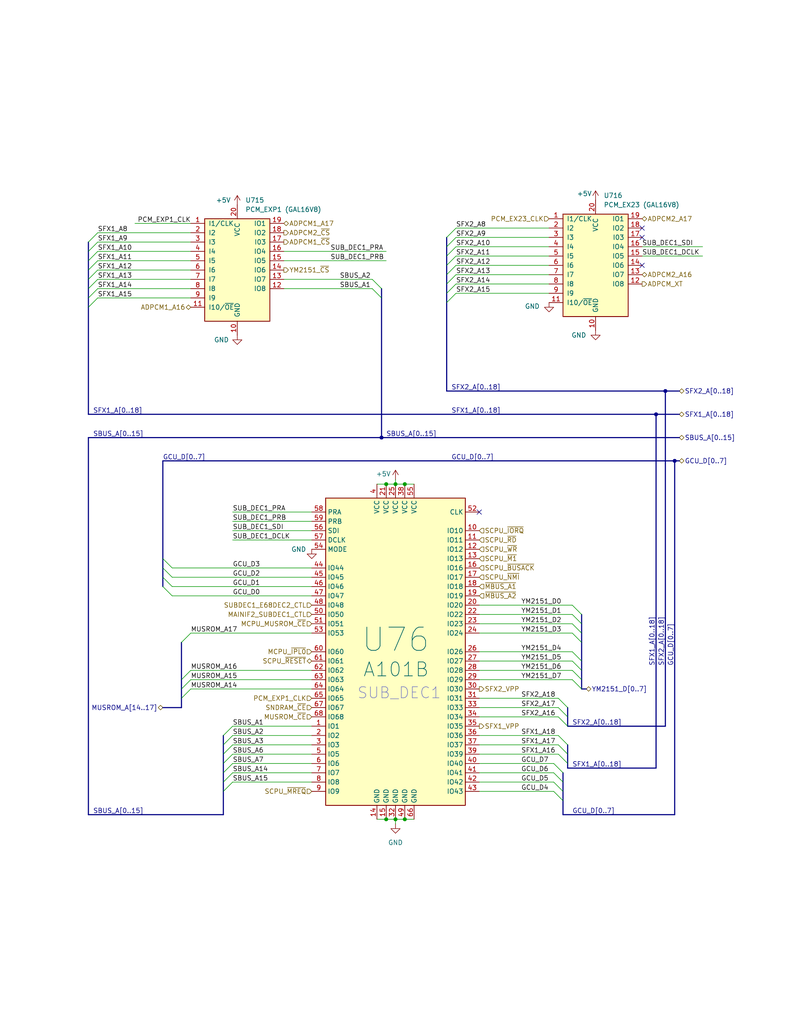
<source format=kicad_sch>
(kicad_sch (version 20231120) (generator "eeschema") (generator_version "8.0")
  (paper "A" portrait)
  (title_block (title "RA9704, Sound IC and Bus Mgmt") (date "2024-12-31") (rev "004") (company "Coin-Op Collection") (comment 1 "Author: Brandon Arnold") (comment 2 "License: CC BY-NC-SA 4.0"))
  (lib_symbols
    (symbol "power:+5V" (power) (pin_numbers hide) (pin_names (offset 0) hide)
      (property "Value" "+5V" (at 0 3.556 0))
      (symbol "+5V_0_1"
        (polyline (pts (xy -0.762 1.27) (xy 0 2.54)))
        (polyline (pts (xy 0 0) (xy 0 2.54)))
        (polyline (pts (xy 0 2.54) (xy 0.762 1.27)))
      )
      (symbol "+5V_1_1"
        (pin power_in line (at 0 0 90) (length 0) (name "~") (number "1"))
      )
    )
    (symbol "power:GND" (power) (pin_numbers hide) (pin_names (offset 0) hide)
      (property "Value" "GND" (at 0 -3.81 0))
      (symbol "GND_0_1"
        (polyline (pts (xy 0 0) (xy 0 -1.27) (xy 1.27 -1.27) (xy 0 -2.54) (xy -1.27 -1.27) (xy 0 -1.27)))
      )
      (symbol "GND_1_1"
        (pin power_in line (at 0 0 270) (length 0) (name "~") (number "1"))
      )
    )
    (symbol "ra9704:A101B"
      (property "Reference" "U" (at -0.254 4.826 0))
      (property "Value" "A101B" (at 0.254 -5.08 0))
      (symbol "A101B_0_1"
        (rectangle (start -19.05 43.18) (end 19.05 -40.64) (stroke (width 0.254)) (fill (type background)))
      )
      (symbol "A101B_1_1"
        (pin input line (at -22.86 -19.05 0) (length 3.81) (name "IO1") (number "1"))
        (pin input line (at 22.86 34.29 180) (length 3.81) (name "IO10") (number "10"))
        (pin input line (at 22.86 31.75 180) (length 3.81) (name "IO11") (number "11"))
        (pin input line (at 22.86 29.21 180) (length 3.81) (name "IO12") (number "12"))
        (pin input line (at 22.86 26.67 180) (length 3.81) (name "IO13") (number "13"))
        (pin power_in line (at -5.08 -44.45 90) (length 3.81) (name "GND") (number "14"))
        (pin power_in line (at -2.54 -44.45 90) (length 3.81) (name "GND") (number "15"))
        (pin input line (at 22.86 24.13 180) (length 3.81) (name "IO16") (number "16"))
        (pin input line (at 22.86 21.59 180) (length 3.81) (name "IO17") (number "17"))
        (pin input line (at 22.86 19.05 180) (length 3.81) (name "IO18") (number "18"))
        (pin input line (at 22.86 16.51 180) (length 3.81) (name "IO19") (number "19"))
        (pin input line (at -22.86 -21.59 0) (length 3.81) (name "IO2") (number "2"))
        (pin input line (at 22.86 13.97 180) (length 3.81) (name "IO20") (number "20"))
        (pin power_in line (at -2.54 46.99 270) (length 3.81) (name "VCC") (number "21"))
        (pin input line (at 22.86 11.43 180) (length 3.81) (name "IO22") (number "22"))
        (pin input line (at 22.86 8.89 180) (length 3.81) (name "IO23") (number "23"))
        (pin input line (at 22.86 6.35 180) (length 3.81) (name "IO24") (number "24"))
        (pin power_in line (at 0 46.99 270) (length 3.81) (name "VCC") (number "25"))
        (pin input line (at 22.86 1.27 180) (length 3.81) (name "IO26") (number "26"))
        (pin input line (at 22.86 -1.27 180) (length 3.81) (name "IO27") (number "27"))
        (pin input line (at 22.86 -3.81 180) (length 3.81) (name "IO28") (number "28"))
        (pin input line (at 22.86 -6.35 180) (length 3.81) (name "IO29") (number "29"))
        (pin input line (at -22.86 -24.13 0) (length 3.81) (name "IO3") (number "3"))
        (pin input line (at 22.86 -8.89 180) (length 3.81) (name "IO30") (number "30"))
        (pin input line (at 22.86 -11.43 180) (length 3.81) (name "IO31") (number "31"))
        (pin power_in line (at 0 -44.45 90) (length 3.81) (name "GND") (number "32"))
        (pin input line (at 22.86 -13.97 180) (length 3.81) (name "IO33") (number "33"))
        (pin input line (at 22.86 -16.51 180) (length 3.81) (name "IO34") (number "34"))
        (pin input line (at 22.86 -19.05 180) (length 3.81) (name "IO35") (number "35"))
        (pin input line (at 22.86 -21.59 180) (length 3.81) (name "IO36") (number "36"))
        (pin input line (at 22.86 -24.13 180) (length 3.81) (name "IO37") (number "37"))
        (pin power_in line (at 2.54 46.99 270) (length 3.81) (name "VCC") (number "38"))
        (pin input line (at 22.86 -26.67 180) (length 3.81) (name "IO39") (number "39"))
        (pin power_in line (at -5.08 46.99 270) (length 3.81) (name "VCC") (number "4"))
        (pin input line (at 22.86 -29.21 180) (length 3.81) (name "IO40") (number "40"))
        (pin input line (at 22.86 -31.75 180) (length 3.81) (name "IO41") (number "41"))
        (pin input line (at 22.86 -34.29 180) (length 3.81) (name "IO42") (number "42"))
        (pin input line (at 22.86 -36.83 180) (length 3.81) (name "IO43") (number "43"))
        (pin input line (at -22.86 24.13 0) (length 3.81) (name "IO44") (number "44"))
        (pin input line (at -22.86 21.59 0) (length 3.81) (name "IO45") (number "45"))
        (pin input line (at -22.86 19.05 0) (length 3.81) (name "IO46") (number "46"))
        (pin input line (at -22.86 16.51 0) (length 3.81) (name "IO47") (number "47"))
        (pin input line (at -22.86 13.97 0) (length 3.81) (name "IO48") (number "48"))
        (pin power_in line (at 2.54 -44.45 90) (length 3.81) (name "GND") (number "49"))
        (pin input line (at -22.86 -26.67 0) (length 3.81) (name "IO5") (number "5"))
        (pin input line (at -22.86 11.43 0) (length 3.81) (name "IO50") (number "50"))
        (pin input line (at -22.86 8.89 0) (length 3.81) (name "IO51") (number "51"))
        (pin input line (at 22.86 39.37 180) (length 3.81) (name "CLK") (number "52"))
        (pin input line (at -22.86 6.35 0) (length 3.81) (name "IO53") (number "53"))
        (pin input line (at -22.86 29.21 0) (length 3.81) (name "MODE") (number "54"))
        (pin power_in line (at 5.08 46.99 270) (length 3.81) (name "VCC") (number "55"))
        (pin input line (at -22.86 34.29 0) (length 3.81) (name "SDI") (number "56"))
        (pin input line (at -22.86 31.75 0) (length 3.81) (name "DCLK") (number "57"))
        (pin input line (at -22.86 39.37 0) (length 3.81) (name "PRA") (number "58"))
        (pin input line (at -22.86 36.83 0) (length 3.81) (name "PRB") (number "59"))
        (pin input line (at -22.86 -29.21 0) (length 3.81) (name "IO6") (number "6"))
        (pin input line (at -22.86 1.27 0) (length 3.81) (name "IO60") (number "60"))
        (pin input line (at -22.86 -1.27 0) (length 3.81) (name "IO61") (number "61"))
        (pin input line (at -22.86 -3.81 0) (length 3.81) (name "IO62") (number "62"))
        (pin input line (at -22.86 -6.35 0) (length 3.81) (name "IO63") (number "63"))
        (pin input line (at -22.86 -8.89 0) (length 3.81) (name "IO64") (number "64"))
        (pin input line (at -22.86 -11.43 0) (length 3.81) (name "IO65") (number "65"))
        (pin power_in line (at 5.08 -44.45 90) (length 3.81) (name "GND") (number "66"))
        (pin input line (at -22.86 -13.97 0) (length 3.81) (name "IO67") (number "67"))
        (pin input line (at -22.86 -16.51 0) (length 3.81) (name "IO68") (number "68"))
        (pin input line (at -22.86 -31.75 0) (length 3.81) (name "IO7") (number "7"))
        (pin input line (at -22.86 -34.29 0) (length 3.81) (name "IO8") (number "8"))
        (pin input line (at -22.86 -36.83 0) (length 3.81) (name "IO9") (number "9"))
      )
    )
    (symbol "ra9704:GAL16V8" (pin_names (offset 1.016))
      (property "Reference" "U" (at -8.89 16.51 0))
      (property "Value" "GAL16V8" (at 1.27 16.51 0))
      (symbol "GAL16V8_0_0"
        (pin power_in line (at 0 -17.78 90) (length 3.81) (name "GND") (number "10"))
        (pin power_in line (at 0 17.78 270) (length 3.81) (name "VCC") (number "20"))
      )
      (symbol "GAL16V8_0_1"
        (rectangle (start -8.89 13.97) (end 8.89 -13.97) (stroke (width 0.254)) (fill (type background)))
      )
      (symbol "GAL16V8_1_1"
        (pin input line (at -12.7 12.7 0) (length 3.81) (name "I1/CLK") (number "1"))
        (pin input line (at -12.7 -10.16 0) (length 3.81) (name "I10/~{OE}") (number "11"))
        (pin tri_state line (at 12.7 -5.08 180) (length 3.81) (name "IO8") (number "12"))
        (pin tri_state line (at 12.7 -2.54 180) (length 3.81) (name "IO7") (number "13"))
        (pin tri_state line (at 12.7 0 180) (length 3.81) (name "IO6") (number "14"))
        (pin tri_state line (at 12.7 2.54 180) (length 3.81) (name "IO5") (number "15"))
        (pin tri_state line (at 12.7 5.08 180) (length 3.81) (name "IO4") (number "16"))
        (pin tri_state line (at 12.7 7.62 180) (length 3.81) (name "I03") (number "17"))
        (pin tri_state line (at 12.7 10.16 180) (length 3.81) (name "IO2") (number "18"))
        (pin tri_state line (at 12.7 12.7 180) (length 3.81) (name "IO1") (number "19"))
        (pin input line (at -12.7 10.16 0) (length 3.81) (name "I2") (number "2"))
        (pin input line (at -12.7 7.62 0) (length 3.81) (name "I3") (number "3"))
        (pin input line (at -12.7 5.08 0) (length 3.81) (name "I4") (number "4"))
        (pin input line (at -12.7 2.54 0) (length 3.81) (name "I5") (number "5"))
        (pin input line (at -12.7 0 0) (length 3.81) (name "I6") (number "6"))
        (pin input line (at -12.7 -2.54 0) (length 3.81) (name "I7") (number "7"))
        (pin input line (at -12.7 -5.08 0) (length 3.81) (name "I8") (number "8"))
        (pin input line (at -12.7 -7.62 0) (length 3.81) (name "I9") (number "9"))
      )
    )
    (symbol "ra9704:Jumper_2_Open" (pin_numbers hide) (pin_names (offset 0) hide) (exclude_from_sim yes)
      (property "Reference" "JP" (at 0 2.794 0))
      (property "Value" "Jumper_2_Open" (at 0 -2.286 0))
      (symbol "Jumper_2_Open_0_0"
        (circle (center -2.032 0) (radius 0.508))
        (circle (center 2.032 0) (radius 0.508))
      )
      (symbol "Jumper_2_Open_0_1"
        (arc (start 1.524 1.27) (mid 0 1.778) (end -1.524 1.27))
      )
      (symbol "Jumper_2_Open_1_1"
        (pin passive line (at -5.08 0 0) (length 2.54) (name "A") (number "1"))
        (pin passive line (at 5.08 0 180) (length 2.54) (name "B") (number "2"))
      )
    )
  )
  (junction (at 110.49 223.52))
  (junction (at 110.49 132.08))
  (junction (at 181.61 106.68))
  (junction (at 184.15 125.73))
  (junction (at 107.95 223.52))
  (junction (at 179.07 113.03))
  (junction (at 104.14 119.38))
  (junction (at 105.41 223.52))
  (junction (at 107.95 132.08))
  (junction (at 105.41 132.08))
  (no_connect (at 175.26 64.77))
  (no_connect (at 102.87 -6.35))
  (no_connect (at 175.26 72.39))
  (no_connect (at 130.81 139.7))
  (no_connect (at 113.03 -6.35))
  (no_connect (at 102.87 -13.97))
  (no_connect (at 113.03 -13.97))
  (no_connect (at 175.26 62.23))
  (bus_entry (at 156.21 185.42) (size 2.54 2.54))
  (bus_entry (at 152.4 205.74) (size 2.54 2.54))
  (bus_entry (at 156.21 180.34) (size 2.54 2.54))
  (bus_entry (at 121.92 74.93) (size 2.54 -2.54))
  (bus_entry (at 52.07 172.72) (size -2.54 2.54))
  (bus_entry (at 156.21 170.18) (size 2.54 2.54))
  (bus_entry (at 151.13 213.36) (size 2.54 2.54))
  (bus_entry (at 52.07 182.88) (size -2.54 2.54))
  (bus_entry (at 63.5 208.28) (size -2.54 2.54))
  (bus_entry (at 63.5 205.74) (size -2.54 2.54))
  (bus_entry (at 121.92 69.85) (size 2.54 -2.54))
  (bus_entry (at 121.92 77.47) (size 2.54 -2.54))
  (bus_entry (at 63.5 210.82) (size -2.54 2.54))
  (bus_entry (at 46.99 154.94) (size -2.54 -2.54))
  (bus_entry (at 121.92 67.31) (size 2.54 -2.54))
  (bus_entry (at 52.07 185.42) (size -2.54 2.54))
  (bus_entry (at 104.14 78.74) (size -2.54 -2.54))
  (bus_entry (at 104.14 81.28) (size -2.54 -2.54))
  (bus_entry (at 63.5 200.66) (size -2.54 2.54))
  (bus_entry (at 24.13 83.82) (size 2.54 -2.54))
  (bus_entry (at 152.4 203.2) (size 2.54 2.54))
  (bus_entry (at 24.13 68.58) (size 2.54 -2.54))
  (bus_entry (at 156.21 172.72) (size 2.54 2.54))
  (bus_entry (at 24.13 66.04) (size 2.54 -2.54))
  (bus_entry (at 24.13 73.66) (size 2.54 -2.54))
  (bus_entry (at 152.4 190.5) (size 2.54 2.54))
  (bus_entry (at 152.4 193.04) (size 2.54 2.54))
  (bus_entry (at 121.92 72.39) (size 2.54 -2.54))
  (bus_entry (at 156.21 165.1) (size 2.54 2.54))
  (bus_entry (at 63.5 198.12) (size -2.54 2.54))
  (bus_entry (at 46.99 160.02) (size -2.54 -2.54))
  (bus_entry (at 156.21 182.88) (size 2.54 2.54))
  (bus_entry (at 63.5 203.2) (size -2.54 2.54))
  (bus_entry (at 152.4 195.58) (size 2.54 2.54))
  (bus_entry (at 121.92 80.01) (size 2.54 -2.54))
  (bus_entry (at 151.13 215.9) (size 2.54 2.54))
  (bus_entry (at 121.92 64.77) (size 2.54 -2.54))
  (bus_entry (at 156.21 167.64) (size 2.54 2.54))
  (bus_entry (at 46.99 157.48) (size -2.54 -2.54))
  (bus_entry (at 63.5 213.36) (size -2.54 2.54))
  (bus_entry (at 156.21 177.8) (size 2.54 2.54))
  (bus_entry (at 24.13 81.28) (size 2.54 -2.54))
  (bus_entry (at 24.13 76.2) (size 2.54 -2.54))
  (bus_entry (at 46.99 162.56) (size -2.54 -2.54))
  (bus_entry (at 151.13 208.28) (size 2.54 2.54))
  (bus_entry (at 121.92 82.55) (size 2.54 -2.54))
  (bus_entry (at 24.13 78.74) (size 2.54 -2.54))
  (bus_entry (at 151.13 210.82) (size 2.54 2.54))
  (bus_entry (at 52.07 187.96) (size -2.54 2.54))
  (bus_entry (at 152.4 200.66) (size 2.54 2.54))
  (bus_entry (at 24.13 71.12) (size 2.54 -2.54))
  (wire (pts (xy 130.81 203.2) (xy 152.4 203.2)))
  (wire (pts (xy 124.46 72.39) (xy 149.86 72.39)))
  (bus (pts (xy 154.94 195.58) (xy 154.94 198.12)))
  (bus (pts (xy 49.53 190.5) (xy 49.53 193.04)))
  (wire (pts (xy 110.49 132.08) (xy 113.03 132.08)))
  (bus (pts (xy 158.75 172.72) (xy 158.75 175.26)))
  (bus (pts (xy 154.94 209.55) (xy 179.07 209.55)))
  (wire (pts (xy 130.81 213.36) (xy 151.13 213.36)))
  (wire (pts (xy 130.81 182.88) (xy 156.21 182.88)))
  (bus (pts (xy 104.14 81.28) (xy 104.14 119.38)))
  (bus (pts (xy 158.75 175.26) (xy 158.75 180.34)))
  (wire (pts (xy 77.47 76.2) (xy 101.6 76.2)))
  (wire (pts (xy 52.07 185.42) (xy 85.09 185.42)))
  (wire (pts (xy 26.67 71.12) (xy 52.07 71.12)))
  (bus (pts (xy 44.45 152.4) (xy 44.45 125.73)))
  (bus (pts (xy 121.92 67.31) (xy 121.92 69.85)))
  (wire (pts (xy 130.81 185.42) (xy 156.21 185.42)))
  (bus (pts (xy 121.92 80.01) (xy 121.92 82.55)))
  (bus (pts (xy 60.96 215.9) (xy 60.96 222.25)))
  (bus (pts (xy 104.14 78.74) (xy 104.14 81.28)))
  (bus (pts (xy 24.13 222.25) (xy 24.13 119.38)))
  (wire (pts (xy 107.95 132.08) (xy 105.41 132.08)))
  (bus (pts (xy 24.13 68.58) (xy 24.13 71.12)))
  (bus (pts (xy 154.94 205.74) (xy 154.94 208.28)))
  (wire (pts (xy 110.49 223.52) (xy 113.03 223.52)))
  (wire (pts (xy 77.47 78.74) (xy 101.6 78.74)))
  (bus (pts (xy 121.92 69.85) (xy 121.92 72.39)))
  (bus (pts (xy 184.15 125.73) (xy 185.42 125.73)))
  (wire (pts (xy 63.5 203.2) (xy 85.09 203.2)))
  (wire (pts (xy 52.07 172.72) (xy 85.09 172.72)))
  (bus (pts (xy 154.94 198.12) (xy 181.61 198.12)))
  (bus (pts (xy 121.92 106.68) (xy 181.61 106.68)))
  (bus (pts (xy 158.75 167.64) (xy 158.75 170.18)))
  (wire (pts (xy 130.81 172.72) (xy 156.21 172.72)))
  (wire (pts (xy 26.67 76.2) (xy 52.07 76.2)))
  (wire (pts (xy 63.5 208.28) (xy 85.09 208.28)))
  (bus (pts (xy 60.96 208.28) (xy 60.96 210.82)))
  (bus (pts (xy 184.15 125.73) (xy 184.15 222.25)))
  (bus (pts (xy 121.92 74.93) (xy 121.92 77.47)))
  (wire (pts (xy 46.99 160.02) (xy 85.09 160.02)))
  (bus (pts (xy 49.53 175.26) (xy 49.53 185.42)))
  (bus (pts (xy 181.61 106.68) (xy 185.42 106.68)))
  (bus (pts (xy 153.67 213.36) (xy 153.67 215.9)))
  (wire (pts (xy 124.46 62.23) (xy 149.86 62.23)))
  (wire (pts (xy 46.99 162.56) (xy 85.09 162.56)))
  (wire (pts (xy 130.81 200.66) (xy 152.4 200.66)))
  (bus (pts (xy 121.92 64.77) (xy 121.92 67.31)))
  (wire (pts (xy 130.81 195.58) (xy 152.4 195.58)))
  (wire (pts (xy 107.95 224.79) (xy 107.95 223.52)))
  (wire (pts (xy 110.49 223.52) (xy 107.95 223.52)))
  (bus (pts (xy 49.53 185.42) (xy 49.53 187.96)))
  (wire (pts (xy 26.67 66.04) (xy 52.07 66.04)))
  (bus (pts (xy 60.96 203.2) (xy 60.96 205.74)))
  (wire (pts (xy 124.46 74.93) (xy 149.86 74.93)))
  (bus (pts (xy 24.13 81.28) (xy 24.13 83.82)))
  (wire (pts (xy 46.99 154.94) (xy 85.09 154.94)))
  (bus (pts (xy 24.13 78.74) (xy 24.13 81.28)))
  (wire (pts (xy 102.87 223.52) (xy 105.41 223.52)))
  (bus (pts (xy 153.67 218.44) (xy 153.67 222.25)))
  (wire (pts (xy 63.5 213.36) (xy 85.09 213.36)))
  (wire (pts (xy 105.41 132.08) (xy 102.87 132.08)))
  (wire (pts (xy 63.5 142.24) (xy 85.09 142.24)))
  (wire (pts (xy 26.67 63.5) (xy 52.07 63.5)))
  (wire (pts (xy 63.5 139.7) (xy 85.09 139.7)))
  (wire (pts (xy 107.95 132.08) (xy 110.49 132.08)))
  (wire (pts (xy 130.81 210.82) (xy 151.13 210.82)))
  (bus (pts (xy 60.96 205.74) (xy 60.96 208.28)))
  (bus (pts (xy 121.92 72.39) (xy 121.92 74.93)))
  (wire (pts (xy 124.46 77.47) (xy 149.86 77.47)))
  (bus (pts (xy 24.13 119.38) (xy 104.14 119.38)))
  (bus (pts (xy 49.53 187.96) (xy 49.53 190.5)))
  (wire (pts (xy 52.07 182.88) (xy 85.09 182.88)))
  (bus (pts (xy 44.45 157.48) (xy 44.45 154.94)))
  (bus (pts (xy 24.13 113.03) (xy 179.07 113.03)))
  (bus (pts (xy 44.45 160.02) (xy 44.45 157.48)))
  (wire (pts (xy 130.81 205.74) (xy 152.4 205.74)))
  (wire (pts (xy 36.83 60.96) (xy 52.07 60.96)))
  (wire (pts (xy 63.5 200.66) (xy 85.09 200.66)))
  (bus (pts (xy 158.75 180.34) (xy 158.75 182.88)))
  (bus (pts (xy 179.07 113.03) (xy 185.42 113.03)))
  (bus (pts (xy 154.94 208.28) (xy 154.94 209.55)))
  (bus (pts (xy 181.61 198.12) (xy 181.61 106.68)))
  (wire (pts (xy 26.67 68.58) (xy 52.07 68.58)))
  (wire (pts (xy 63.5 144.78) (xy 85.09 144.78)))
  (bus (pts (xy 24.13 76.2) (xy 24.13 78.74)))
  (wire (pts (xy 26.67 81.28) (xy 52.07 81.28)))
  (bus (pts (xy 60.96 222.25) (xy 24.13 222.25)))
  (bus (pts (xy 153.67 210.82) (xy 153.67 213.36)))
  (wire (pts (xy 124.46 80.01) (xy 149.86 80.01)))
  (bus (pts (xy 121.92 77.47) (xy 121.92 80.01)))
  (bus (pts (xy 44.45 193.04) (xy 49.53 193.04)))
  (wire (pts (xy 63.5 210.82) (xy 85.09 210.82)))
  (bus (pts (xy 158.75 187.96) (xy 160.02 187.96)))
  (bus (pts (xy 60.96 200.66) (xy 60.96 203.2)))
  (bus (pts (xy 158.75 185.42) (xy 158.75 187.96)))
  (bus (pts (xy 154.94 193.04) (xy 154.94 195.58)))
  (wire (pts (xy 130.81 170.18) (xy 156.21 170.18)))
  (bus (pts (xy 24.13 83.82) (xy 24.13 113.03)))
  (bus (pts (xy 153.67 215.9) (xy 153.67 218.44)))
  (bus (pts (xy 179.07 209.55) (xy 179.07 113.03)))
  (bus (pts (xy 158.75 170.18) (xy 158.75 172.72)))
  (bus (pts (xy 158.75 182.88) (xy 158.75 185.42)))
  (wire (pts (xy 130.81 177.8) (xy 156.21 177.8)))
  (bus (pts (xy 24.13 73.66) (xy 24.13 76.2)))
  (bus (pts (xy 44.45 154.94) (xy 44.45 152.4)))
  (bus (pts (xy 104.14 119.38) (xy 185.42 119.38)))
  (wire (pts (xy 130.81 167.64) (xy 156.21 167.64)))
  (bus (pts (xy 154.94 203.2) (xy 154.94 205.74)))
  (wire (pts (xy 26.67 78.74) (xy 52.07 78.74)))
  (bus (pts (xy 24.13 71.12) (xy 24.13 73.66)))
  (bus (pts (xy 60.96 210.82) (xy 60.96 213.36)))
  (wire (pts (xy 130.81 215.9) (xy 151.13 215.9)))
  (wire (pts (xy 124.46 64.77) (xy 149.86 64.77)))
  (wire (pts (xy 107.95 223.52) (xy 105.41 223.52)))
  (wire (pts (xy 130.81 180.34) (xy 156.21 180.34)))
  (wire (pts (xy 63.5 147.32) (xy 85.09 147.32)))
  (wire (pts (xy 107.95 130.81) (xy 107.95 132.08)))
  (wire (pts (xy 124.46 69.85) (xy 149.86 69.85)))
  (wire (pts (xy 77.47 71.12) (xy 105.41 71.12)))
  (wire (pts (xy 130.81 208.28) (xy 151.13 208.28)))
  (wire (pts (xy 63.5 198.12) (xy 85.09 198.12)))
  (wire (pts (xy 46.99 157.48) (xy 85.09 157.48)))
  (wire (pts (xy 52.07 187.96) (xy 85.09 187.96)))
  (bus (pts (xy 44.45 125.73) (xy 184.15 125.73)))
  (bus (pts (xy 153.67 222.25) (xy 184.15 222.25)))
  (bus (pts (xy 121.92 82.55) (xy 121.92 106.68)))
  (wire (pts (xy 130.81 190.5) (xy 152.4 190.5)))
  (wire (pts (xy 175.26 67.31) (xy 191.77 67.31)))
  (wire (pts (xy 130.81 165.1) (xy 156.21 165.1)))
  (bus (pts (xy 24.13 66.04) (xy 24.13 68.58)))
  (wire (pts (xy 77.47 68.58) (xy 105.41 68.58)))
  (wire (pts (xy 175.26 69.85) (xy 191.77 69.85)))
  (wire (pts (xy 26.67 73.66) (xy 52.07 73.66)))
  (wire (pts (xy 130.81 193.04) (xy 152.4 193.04)))
  (bus (pts (xy 60.96 213.36) (xy 60.96 215.9)))
  (wire (pts (xy 124.46 67.31) (xy 149.86 67.31)))
  (wire (pts (xy 63.5 205.74) (xy 85.09 205.74)))
  (text "SUB_DEC1" (at 108.966 189.23 0) (effects (font (size 3 3))))
  (text "PCM_EXP1_CLK is Unknown" (at 283.21 116.84 0) (effects (font (size 5 5))))
  (label "SFX1_A12" (at 26.67 73.66 0))
  (label "SFX1_A18" (at 142.24 200.66 0))
  (label "SBUS_A1" (at 63.5 198.12 0))
  (label "SFX2_A13" (at 124.46 74.93 0))
  (label "SBUS_A14" (at 63.5 210.82 0))
  (label "SFX1_A13" (at 26.67 76.2 0))
  (label "SUB_DEC1_PRA" (at 90.17 68.58 0))
  (label "MUSROM_A15" (at 52.07 185.42 0))
  (label "SFX1_A17" (at 142.24 203.2 0))
  (label "SFX1_A8" (at 26.67 63.5 0))
  (label "GCU_D1" (at 63.5 160.02 0))
  (label "GCU_D[0..7]" (at 184.15 181.61 90))
  (label "SBUS_A2" (at 92.71 76.2 0))
  (label "SBUS_A[0..15]" (at 105.41 119.38 0))
  (label "GCU_D3" (at 63.5 154.94 0))
  (label "PCM_EXP1_CLK" (at 52.07 60.96 180))
  (label "SFX1_A14" (at 26.67 78.74 0))
  (label "SFX2_A11" (at 124.46 69.85 0))
  (label "SFX2_A9" (at 124.46 64.77 0))
  (label "GCU_D4" (at 142.24 215.9 0))
  (label "SUB_DEC1_PRA" (at 63.5 139.7 0))
  (label "GCU_D7" (at 142.24 208.28 0))
  (label "SFX2_A10" (at 124.46 67.31 0))
  (label "SFX2_A8" (at 124.46 62.23 0))
  (label "SFX2_A[0..18]" (at 123.19 106.68 0))
  (label "GCU_D6" (at 142.24 210.82 0))
  (label "SUB_DEC1_PRB" (at 90.17 71.12 0))
  (label "SBUS_A7" (at 63.5 208.28 0))
  (label "YM2151_D5" (at 142.24 180.34 0))
  (label "YM2151_D2" (at 142.24 170.18 0))
  (label "SUB_DEC1_SDI" (at 63.5 144.78 0))
  (label "SFX2_A14" (at 124.46 77.47 0))
  (label "SFX1_A11" (at 26.67 71.12 0))
  (label "YM2151_D6" (at 142.24 182.88 0))
  (label "SUB_DEC1_DCLK" (at 175.26 69.85 0))
  (label "SFX2_A[0..18]" (at 156.21 198.12 0))
  (label "GCU_D[0..7]" (at 44.45 125.73 0))
  (label "GCU_D[0..7]" (at 123.19 125.73 0))
  (label "SUB_DEC1_PRB" (at 63.5 142.24 0))
  (label "MUSROM_A14" (at 52.07 187.96 0))
  (label "SFX1_A10" (at 26.67 68.58 0))
  (label "SBUS_A3" (at 63.5 203.2 0))
  (label "SFX2_A15" (at 124.46 80.01 0))
  (label "SFX1_A[0..18]" (at 25.4 113.03 0))
  (label "YM2151_D3" (at 142.24 172.72 0))
  (label "SBUS_A2" (at 63.5 200.66 0))
  (label "SFX2_A17" (at 142.24 193.04 0))
  (label "MUSROM_A17" (at 52.07 172.72 0))
  (label "GCU_D0" (at 63.5 162.56 0))
  (label "SFX1_A[0..18]" (at 179.07 181.61 90))
  (label "SUB_DEC1_SDI" (at 175.26 67.31 0))
  (label "SFX2_A12" (at 124.46 72.39 0))
  (label "YM2151_D1" (at 142.24 167.64 0))
  (label "SFX2_A18" (at 142.24 190.5 0))
  (label "SBUS_A1" (at 92.71 78.74 0))
  (label "YM2151_D4" (at 142.24 177.8 0))
  (label "SBUS_A15" (at 63.5 213.36 0))
  (label "SUB_DEC1_DCLK" (at 63.5 147.32 0))
  (label "SBUS_A[0..15]" (at 25.4 222.25 0))
  (label "YM2151_D7" (at 142.24 185.42 0))
  (label "SFX1_A9" (at 26.67 66.04 0))
  (label "SBUS_A[0..15]" (at 25.4 119.38 0))
  (label "SFX1_A[0..18]" (at 123.19 113.03 0))
  (label "SFX2_A16" (at 142.24 195.58 0))
  (label "SFX1_A16" (at 142.24 205.74 0))
  (label "SFX2_A[0..18]" (at 181.61 181.61 90))
  (label "GCU_D[0..7]" (at 156.21 222.25 0))
  (label "GCU_D5" (at 142.24 213.36 0))
  (label "YM2151_D0" (at 142.24 165.1 0))
  (label "GCU_D2" (at 63.5 157.48 0))
  (label "MUSROM_A16" (at 52.07 182.88 0))
  (label "SBUS_A6" (at 63.5 205.74 0))
  (label "SFX1_A[0..18]" (at 156.21 209.55 0))
  (label "SFX1_A15" (at 26.67 81.28 0))
  (hierarchical_label "SCPU_~{M1}" (shape input) (at 130.81 152.4 0))
  (hierarchical_label "YM2151_D[0..7]" (shape bidirectional) (at 160.02 187.96 0))
  (hierarchical_label "PCM_EX23_CLK" (shape input) (at 149.86 59.69 180))
  (hierarchical_label "PCM_EXP1_CLK" (shape input) (at 85.09 190.5 180))
  (hierarchical_label "SCPU_~{RESET}" (shape bidirectional) (at 85.09 180.34 180))
  (hierarchical_label "SFX2_VPP" (shape output) (at 130.81 187.96 0))
  (hierarchical_label "ADPCM1_A16" (shape bidirectional) (at 52.07 83.82 180))
  (hierarchical_label "SCPU_~{NMI}" (shape input) (at 130.81 157.48 0))
  (hierarchical_label "ADPCM2_A17" (shape bidirectional) (at 175.26 59.69 0))
  (hierarchical_label "SCPU_~{WR}" (shape input) (at 130.81 149.86 0))
  (hierarchical_label "SFX1_VPP" (shape output) (at 130.81 198.12 0))
  (hierarchical_label "SCPU_~{MREQ}" (shape input) (at 85.09 215.9 180))
  (hierarchical_label "SBUS_A[0..15]" (shape bidirectional) (at 185.42 119.38 0))
  (hierarchical_label "SCPU_~{IORQ}" (shape input) (at 130.81 144.78 0))
  (hierarchical_label "ADPCM2_~{CS}" (shape output) (at 77.47 63.5 0))
  (hierarchical_label "ADPCM2_A16" (shape bidirectional) (at 175.26 74.93 0))
  (hierarchical_label "~{MBUS_A2}" (shape input) (at 130.81 162.56 0))
  (hierarchical_label "ADPCM1_A17" (shape bidirectional) (at 77.47 60.96 0))
  (hierarchical_label "MCPU_MUSROM_~{CE}" (shape input) (at 85.09 170.18 180))
  (hierarchical_label "ADPCM_XT" (shape output) (at 175.26 77.47 0))
  (hierarchical_label "SUBDEC1_E68DEC2_CTL" (shape input) (at 85.09 165.1 180))
  (hierarchical_label "SCPU_~{BUSACK}" (shape input) (at 130.81 154.94 0))
  (hierarchical_label "SNDRAM_~{CE}" (shape input) (at 85.09 193.04 180))
  (hierarchical_label "SFX2_A[0..18]" (shape bidirectional) (at 185.42 106.68 0))
  (hierarchical_label "ADPCM1_~{CS}" (shape output) (at 77.47 66.04 0))
  (hierarchical_label "MCPU_~{IPL0}" (shape input) (at 85.09 177.8 180))
  (hierarchical_label "YM2151_~{CS}" (shape output) (at 77.47 73.66 0))
  (hierarchical_label "MAINIF2_SUBDEC1_CTL" (shape input) (at 85.09 167.64 180))
  (hierarchical_label "~{MBUS_A1}" (shape input) (at 130.81 160.02 0))
  (hierarchical_label "SFX1_A[0..18]" (shape bidirectional) (at 185.42 113.03 0))
  (hierarchical_label "MUSROM_~{CE}" (shape input) (at 85.09 195.58 180))
  (hierarchical_label "MUSROM_A[14..17]" (shape bidirectional) (at 44.45 193.04 180))
  (hierarchical_label "GCU_D[0..7]" (shape bidirectional) (at 185.42 125.73 0))
  (hierarchical_label "SCPU_~{RD}" (shape input) (at 130.81 147.32 0))
  (symbol (lib_id "power:GND") (at 107.95 224.79 0) (unit 1)
    (property "Reference" "#PWR0150" (effects (hide yes)))
    (property "Value" "GND" (at 107.95 229.87 0))
    (property "Description" "Power symbol creates a global label with name \"GND\" , ground" (effects (hide yes)))
  )
  (symbol (lib_id "power:GND") (at 64.77 91.44 0) (unit 1)
    (property "Reference" "#PWR0141" (effects (hide yes)))
    (property "Value" "GND" (at 60.452 92.71 0))
    (property "Description" "Power symbol creates a global label with name \"GND\" , ground" (effects (hide yes)))
  )
  (symbol (lib_id "power:+5V") (at 64.77 55.88 0) (unit 1)
    (property "Reference" "#PWR0113" (effects (hide yes)))
    (property "Value" "+5V" (at 60.96 54.61 0))
    (property "Description" "Power symbol creates a global label with name \"+5V\"" (effects (hide yes)))
  )
  (symbol (lib_id "power:GND") (at 85.09 149.86 0) (unit 1)
    (property "Reference" "#PWR064" (effects (hide yes)))
    (property "Value" "GND" (at 81.534 149.86 0))
    (property "Description" "Power symbol creates a global label with name \"GND\" , ground" (effects (hide yes)))
  )
  (symbol (lib_id "ra9704:GAL16V8") (at 162.56 72.39 0) (unit 1)
    (property "Reference" "U716" (at 164.7541 53.34 0) (effects (justify left)))
    (property "Value" "PCM_EX23 (GAL16V8)" (at 164.7541 55.88 0) (effects (justify left)))
    (property "Footprint" "ra9704:DIP-20_W7.62mm" (effects (hide yes)))
    (property "Datasheet" "https://static.brandonarnold.com/projects/batrider/GAL16V8.PDF" (effects (hide yes)))
    (property "Description" "Programmable Logic Array, DIP-20/SOIC-20/PLCC-20" (effects (hide yes)))
  )
  (symbol (lib_id "ra9704:A101B") (at 107.95 179.07 0) (unit 1)
    (property "Reference" "U76" (at 98.044 174.498 0) (effects (font (size 6.35 6.35)) (justify left)))
    (property "Value" "A101B" (at 98.806 182.626 0) (effects (font (size 3.81 3.81)) (justify left)))
    (property "Footprint" "ra9704:PLCC-68" (effects (hide yes)))
    (property "Datasheet" "https://static.brandonarnold.com/projects/batrider/ACT1_Family.pdf" (effects (hide yes)))
    (property "Description" "Actel ACT1 Series FPGAs" (effects (hide yes)))
  )
  (symbol (lib_id "power:+5V") (at 162.56 54.61 0) (unit 1)
    (property "Reference" "#PWR0183" (effects (hide yes)))
    (property "Value" "+5V" (at 159.512 52.832 0))
    (property "Description" "Power symbol creates a global label with name \"+5V\"" (effects (hide yes)))
  )
  (symbol (lib_id "power:GND") (at 149.86 82.55 0) (unit 1)
    (property "Reference" "#PWR0112" (effects (hide yes)))
    (property "Value" "GND" (at 145.288 83.566 0))
    (property "Description" "Power symbol creates a global label with name \"GND\" , ground" (effects (hide yes)))
  )
  (symbol (lib_id "ra9704:Jumper_2_Open") (at 107.95 -13.97 0) (unit 1) (exclude_from_sim yes)
    (property "Reference" "JP71" (at 107.95 -17.78 0))
    (property "Value" "Jumper_2_Open" (effects (hide yes)))
    (property "Footprint" "ra9704:PinHeader_2x01_P2.54mm_Vertical" (effects (hide yes)))
    (property "Description" "Jumper, 2-pole, open" (effects (hide yes)))
  )
  (symbol (lib_id "ra9704:Jumper_2_Open") (at 107.95 -6.35 0) (unit 1) (exclude_from_sim yes)
    (property "Reference" "JP72" (at 107.95 -10.16 0))
    (property "Value" "Jumper_2_Open" (effects (hide yes)))
    (property "Footprint" "ra9704:PinHeader_2x01_P2.54mm_Vertical" (effects (hide yes)))
    (property "Description" "Jumper, 2-pole, open" (effects (hide yes)))
  )
  (symbol (lib_id "ra9704:GAL16V8") (at 64.77 73.66 0) (unit 1)
    (property "Reference" "U715" (at 66.9641 54.61 0) (effects (justify left)))
    (property "Value" "PCM_EXP1 (GAL16V8)" (at 66.9641 57.15 0) (effects (justify left)))
    (property "Footprint" "ra9704:DIP-20_W7.62mm" (effects (hide yes)))
    (property "Datasheet" "https://static.brandonarnold.com/projects/batrider/GAL16V8.PDF" (effects (hide yes)))
    (property "Description" "Programmable Logic Array, DIP-20/SOIC-20/PLCC-20" (effects (hide yes)))
  )
  (symbol (lib_id "power:GND") (at 162.56 90.17 0) (unit 1)
    (property "Reference" "#PWR0184" (effects (hide yes)))
    (property "Value" "GND" (at 157.988 91.44 0))
    (property "Description" "Power symbol creates a global label with name \"GND\" , ground" (effects (hide yes)))
  )
  (symbol (lib_id "power:+5V") (at 107.95 130.81 0) (unit 1)
    (property "Reference" "#PWR0149" (effects (hide yes)))
    (property "Value" "+5V" (at 104.648 129.286 0))
    (property "Description" "Power symbol creates a global label with name \"+5V\"" (effects (hide yes)))
  )
)
</source>
